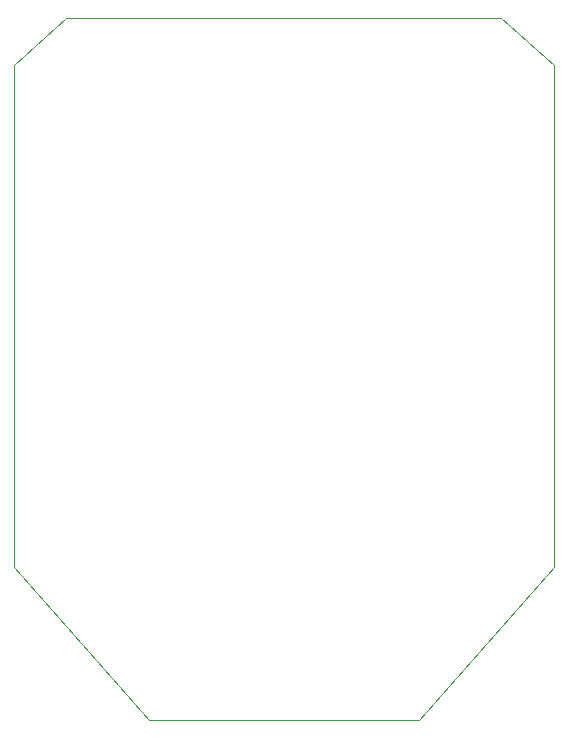
<source format=gbr>
%TF.GenerationSoftware,KiCad,Pcbnew,8.0.7*%
%TF.CreationDate,2025-03-23T16:44:47+13:00*%
%TF.ProjectId,ProCo Rat,50726f43-6f20-4526-9174-2e6b69636164,rev?*%
%TF.SameCoordinates,Original*%
%TF.FileFunction,Profile,NP*%
%FSLAX46Y46*%
G04 Gerber Fmt 4.6, Leading zero omitted, Abs format (unit mm)*
G04 Created by KiCad (PCBNEW 8.0.7) date 2025-03-23 16:44:47*
%MOMM*%
%LPD*%
G01*
G04 APERTURE LIST*
%TA.AperFunction,Profile*%
%ADD10C,0.050000*%
%TD*%
G04 APERTURE END LIST*
D10*
X162560000Y-45720000D02*
X162560000Y-88265000D01*
X151130000Y-101219000D01*
X128270000Y-101219000D01*
X116840000Y-88265000D01*
X116840000Y-45720000D01*
X121285000Y-41783000D01*
X158115000Y-41783000D01*
X162560000Y-45720000D01*
M02*

</source>
